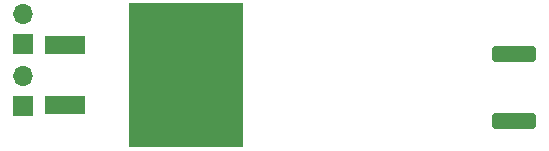
<source format=gbr>
%TF.GenerationSoftware,KiCad,Pcbnew,8.0.6-8.0.6-0~ubuntu24.04.1*%
%TF.CreationDate,2024-10-27T16:32:26+01:00*%
%TF.ProjectId,LoRa,4c6f5261-2e6b-4696-9361-645f70636258,rev?*%
%TF.SameCoordinates,Original*%
%TF.FileFunction,Soldermask,Bot*%
%TF.FilePolarity,Negative*%
%FSLAX46Y46*%
G04 Gerber Fmt 4.6, Leading zero omitted, Abs format (unit mm)*
G04 Created by KiCad (PCBNEW 8.0.6-8.0.6-0~ubuntu24.04.1) date 2024-10-27 16:32:26*
%MOMM*%
%LPD*%
G01*
G04 APERTURE LIST*
G04 Aperture macros list*
%AMRoundRect*
0 Rectangle with rounded corners*
0 $1 Rounding radius*
0 $2 $3 $4 $5 $6 $7 $8 $9 X,Y pos of 4 corners*
0 Add a 4 corners polygon primitive as box body*
4,1,4,$2,$3,$4,$5,$6,$7,$8,$9,$2,$3,0*
0 Add four circle primitives for the rounded corners*
1,1,$1+$1,$2,$3*
1,1,$1+$1,$4,$5*
1,1,$1+$1,$6,$7*
1,1,$1+$1,$8,$9*
0 Add four rect primitives between the rounded corners*
20,1,$1+$1,$2,$3,$4,$5,0*
20,1,$1+$1,$4,$5,$6,$7,0*
20,1,$1+$1,$6,$7,$8,$9,0*
20,1,$1+$1,$8,$9,$2,$3,0*%
G04 Aperture macros list end*
%ADD10R,1.700000X1.700000*%
%ADD11O,1.700000X1.700000*%
%ADD12RoundRect,0.250000X1.600000X-0.425000X1.600000X0.425000X-1.600000X0.425000X-1.600000X-0.425000X0*%
%ADD13R,3.500000X1.600000*%
%ADD14R,9.750000X12.200000*%
G04 APERTURE END LIST*
D10*
%TO.C,J1*%
X98700000Y-73775000D03*
D11*
X98700000Y-71235000D03*
%TD*%
D10*
%TO.C,J2*%
X98700000Y-79075000D03*
D11*
X98700000Y-76535000D03*
%TD*%
D12*
%TO.C,J6*%
X140250000Y-74675000D03*
X140250000Y-80325000D03*
%TD*%
D13*
%TO.C,IC2*%
X102245000Y-79010000D03*
X102245000Y-73930000D03*
D14*
X112520000Y-76470000D03*
%TD*%
M02*

</source>
